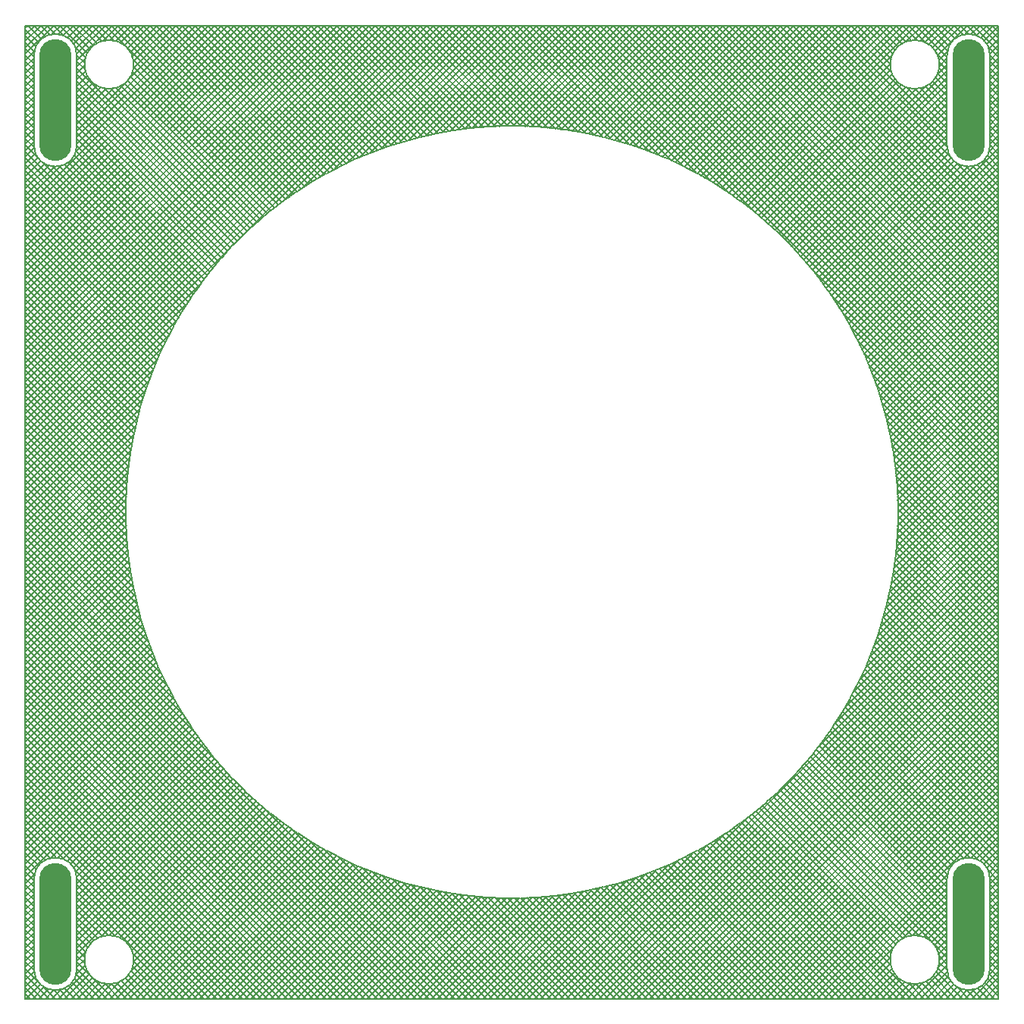
<source format=gtl>
G04*
G04 #@! TF.GenerationSoftware,Altium Limited,Altium Designer,25.5.2 (35)*
G04*
G04 Layer_Physical_Order=1*
G04 Layer_Color=255*
%FSLAX44Y44*%
%MOMM*%
G71*
G04*
G04 #@! TF.SameCoordinates,8A654A5C-3E12-430A-ABCF-1B3DB706FCA7*
G04*
G04*
G04 #@! TF.FilePolarity,Positive*
G04*
G01*
G75*
%ADD12C,0.2032*%
%ADD13O,3.6000X13.6000*%
D12*
X534016Y510000D02*
G03*
X485984Y510000I-24016J0D01*
G01*
Y410000D02*
G03*
X534016Y410000I24016J0D01*
G01*
X477286Y500000D02*
G03*
X477286Y500000I-27286J0D01*
G01*
X485984Y-510000D02*
G03*
X534016Y-510000I24016J0D01*
G01*
Y-410000D02*
G03*
X485984Y-410000I-24016J0D01*
G01*
X477286Y-500000D02*
G03*
X477286Y-500000I-27286J0D01*
G01*
X-422714Y500000D02*
G03*
X-422714Y500000I-27286J0D01*
G01*
X-485984Y510000D02*
G03*
X-534016Y510000I-24016J0D01*
G01*
Y410000D02*
G03*
X-485984Y410000I24016J0D01*
G01*
Y-410000D02*
G03*
X-534016Y-410000I-24016J0D01*
G01*
X-422714Y-500000D02*
G03*
X-422714Y-500000I-27286J0D01*
G01*
X-534016Y-510000D02*
G03*
X-485984Y-510000I24016J0D01*
G01*
X529652Y543607D02*
X543607Y529652D01*
X536836Y543607D02*
X543607Y536836D01*
X527406Y526547D02*
X543607Y542748D01*
X522467Y543607D02*
X543607Y522467D01*
X527406Y526547D02*
X543607Y542748D01*
X515283Y543607D02*
X543607Y515283D01*
X533966Y511554D02*
X543607Y521196D01*
X532793Y517566D02*
X543607Y528380D01*
X534016Y504420D02*
X543607Y514012D01*
X530520Y522477D02*
X543607Y535564D01*
X531941Y519765D02*
X543607Y508099D01*
X505761Y533639D02*
X515729Y543607D01*
X500915D02*
X510511Y534011D01*
X493731Y543607D02*
X504066Y533271D01*
X486546Y543607D02*
X498871Y531282D01*
X479362Y543607D02*
X494568Y528401D01*
X475259Y510321D02*
X508545Y543607D01*
X518826Y532336D02*
X530098Y543607D01*
X513119Y533813D02*
X522913Y543607D01*
X523522Y529847D02*
X537282Y543607D01*
X508099D02*
X519765Y531941D01*
X534016Y460216D02*
X543607Y450625D01*
X534016Y454131D02*
X543607Y463722D01*
X534016Y446947D02*
X543607Y456538D01*
X534016Y461315D02*
X543607Y470906D01*
X534016Y474585D02*
X543607Y464994D01*
X534016Y467401D02*
X543607Y457809D01*
X534016Y432578D02*
X543607Y442169D01*
X534016Y445848D02*
X543607Y436257D01*
X534016Y438664D02*
X543607Y429073D01*
X534016Y453032D02*
X543607Y443441D01*
X534016Y439762D02*
X543607Y449354D01*
X534016Y490052D02*
X543607Y499643D01*
X534016Y503322D02*
X543607Y493731D01*
X534016Y496138D02*
X543607Y486546D01*
X534016Y497236D02*
X543607Y506828D01*
X534011Y510511D02*
X543607Y500915D01*
X534016Y410000D02*
Y510000D01*
Y481769D02*
X543607Y472178D01*
X534016Y475684D02*
X543607Y485275D01*
X534016Y468499D02*
X543607Y478091D01*
X534016Y482868D02*
X543607Y492459D01*
X534016Y488953D02*
X543607Y479362D01*
X285388Y543607D02*
X543607Y285388D01*
X292573Y543607D02*
X543607Y292572D01*
X278204Y543607D02*
X543607Y278204D01*
X263836Y543607D02*
X543607Y263836D01*
X271020Y543607D02*
X543607Y271020D01*
X256651Y543607D02*
X543607Y256651D01*
X242283Y543607D02*
X543607Y242283D01*
X249467Y543607D02*
X543607Y249467D01*
X235099Y543607D02*
X543607Y235099D01*
X227915Y543607D02*
X543607Y227915D01*
X220730Y543607D02*
X543607Y220730D01*
X469577Y519007D02*
X494177Y543607D01*
X472178D02*
X491042Y524743D01*
X472777Y515024D02*
X501361Y543607D01*
X342862D02*
X490532Y395938D01*
X464994Y543607D02*
X488304Y520297D01*
X335678Y543607D02*
X543607Y335678D01*
X321309Y543607D02*
X543607Y321309D01*
X328494Y543607D02*
X543607Y328494D01*
X314125Y543607D02*
X543607Y314125D01*
X306941Y543607D02*
X543607Y306941D01*
X299757Y543607D02*
X543607Y299757D01*
X134520Y543607D02*
X543607Y134520D01*
X141704Y543607D02*
X543607Y141704D01*
X127336Y543607D02*
X543607Y127336D01*
X112967Y543607D02*
X543607Y112967D01*
X120152Y543607D02*
X543607Y120151D01*
X105783Y543607D02*
X543607Y105783D01*
X91415Y543607D02*
X543607Y91415D01*
X98599Y543607D02*
X543607Y98599D01*
X84230Y543607D02*
X543607Y84230D01*
X77046Y543607D02*
X543607Y77046D01*
X69862Y543607D02*
X543607Y69862D01*
X206362Y543607D02*
X543607Y206362D01*
X213546Y543607D02*
X543607Y213546D01*
X199178Y543607D02*
X543607Y199178D01*
X191994Y543607D02*
X543607Y191994D01*
X184809Y543607D02*
X543607Y184809D01*
X170441Y543607D02*
X543607Y170441D01*
X177625Y543607D02*
X543607Y177625D01*
X163257Y543607D02*
X543607Y163257D01*
X156073Y543607D02*
X543607Y156073D01*
X148888Y543607D02*
X543607Y148888D01*
X524415Y390791D02*
X543607Y371599D01*
X528135Y394255D02*
X543607Y378783D01*
X519902Y388120D02*
X543607Y364415D01*
X507544Y386110D02*
X543607Y350046D01*
X514440Y386398D02*
X543607Y357230D01*
X495938Y390532D02*
X543607Y342862D01*
X422895Y84378D02*
X543607Y205091D01*
X421592Y90259D02*
X543607Y212275D01*
X423982Y78281D02*
X543607Y197906D01*
X418984Y102020D02*
X543607Y226643D01*
X420288Y96140D02*
X543607Y219459D01*
X534016Y411026D02*
X543607Y420617D01*
X534016Y424295D02*
X543607Y414704D01*
X534016Y417111D02*
X543607Y407520D01*
X534016Y431480D02*
X543607Y421888D01*
X534016Y425394D02*
X543607Y434985D01*
X534016Y418210D02*
X543607Y427801D01*
X534016Y409927D02*
X543607Y400336D01*
X532882Y402707D02*
X543607Y413433D01*
X533150Y403609D02*
X543607Y393152D01*
X531080Y398494D02*
X543607Y385967D01*
X431134Y-7962D02*
X543607Y104512D01*
X431134Y-778D02*
X543607Y111696D01*
X430872Y-15408D02*
X543607Y97327D01*
X419249Y100825D02*
X543607Y-23533D01*
X430544Y-22920D02*
X543607Y90143D01*
X421296Y91595D02*
X543607Y-30717D01*
X429420Y-38412D02*
X543607Y75775D01*
X430109Y-30540D02*
X543607Y82959D01*
X428731Y-46286D02*
X543607Y68590D01*
X423245Y82462D02*
X543607Y-37901D01*
X424782Y73739D02*
X543607Y-45086D01*
X428653Y47031D02*
X543607Y161985D01*
X427825Y53388D02*
X543607Y169170D01*
X429243Y40437D02*
X543607Y154801D01*
X426135Y66066D02*
X543607Y183538D01*
X425059Y72173D02*
X543607Y190722D01*
X426990Y59736D02*
X543607Y176354D01*
X430959Y13416D02*
X543607Y126064D01*
X430658Y20299D02*
X543607Y133249D01*
X431134Y6406D02*
X543607Y118880D01*
X429821Y33830D02*
X543607Y147617D01*
X430358Y27183D02*
X543607Y140433D01*
X388667Y186650D02*
X543607Y341591D01*
X386353Y191521D02*
X543607Y348775D01*
X390952Y181751D02*
X543607Y334406D01*
X381434Y200970D02*
X543607Y363143D01*
X378975Y205695D02*
X543607Y370327D01*
X383894Y196245D02*
X543607Y355959D01*
X399666Y161728D02*
X543607Y305669D01*
X397562Y166808D02*
X543607Y312854D01*
X401770Y156648D02*
X543607Y298485D01*
X393236Y176851D02*
X543607Y327222D01*
X395457Y171888D02*
X543607Y320038D01*
X368509Y223966D02*
X543607Y399064D01*
X365713Y228354D02*
X543607Y406249D01*
X371148Y219421D02*
X543607Y391880D01*
X351336Y249899D02*
X493752Y392314D01*
X348378Y254124D02*
X490390Y396136D01*
X354295Y245673D02*
X497885Y389263D01*
X373778Y214866D02*
X543607Y384696D01*
X362917Y232743D02*
X517293Y387118D01*
X376407Y210311D02*
X543607Y377512D01*
X357254Y241448D02*
X502872Y387066D01*
X360121Y237131D02*
X508995Y386005D01*
X392995Y177369D02*
X543607Y26757D01*
X386704Y190844D02*
X543607Y33941D01*
X398403Y164777D02*
X543607Y19572D01*
X369306Y222610D02*
X543607Y48309D01*
X356321Y242780D02*
X543607Y55493D01*
X378906Y205826D02*
X543607Y41125D01*
X414096Y120347D02*
X543607Y-9164D01*
X410810Y130817D02*
X543607Y-1980D01*
X416725Y110534D02*
X543607Y-16349D01*
X403184Y152811D02*
X543607Y12388D01*
X407295Y141516D02*
X543607Y5204D01*
X407534Y140860D02*
X543607Y276933D01*
X405617Y146127D02*
X543607Y284117D01*
X409339Y135481D02*
X543607Y269748D01*
X403700Y151394D02*
X543607Y291301D01*
X336057Y270228D02*
X543607Y62678D01*
X415965Y113370D02*
X543607Y241012D01*
X414447Y119036D02*
X543607Y248196D01*
X417483Y107704D02*
X543607Y233827D01*
X411062Y130019D02*
X543607Y262564D01*
X412784Y124557D02*
X543607Y255380D01*
X461119Y524918D02*
X479808Y543607D01*
X436257D02*
X452713Y527151D01*
X450625Y543607D02*
X485984Y508248D01*
X429073Y543607D02*
X445730Y526950D01*
X421888Y543607D02*
X440078Y525418D01*
X414704Y543607D02*
X435314Y522997D01*
X465701Y522316D02*
X486992Y543607D01*
X457809D02*
X486494Y514923D01*
X364415Y543607D02*
X485984Y422038D01*
X357230Y543607D02*
X485984Y414854D01*
X350046Y543607D02*
X486110Y407544D01*
X378783Y543607D02*
X422716Y499674D01*
X147386Y405159D02*
X285834Y543607D01*
X152653Y403242D02*
X293019Y543607D01*
X136786Y408928D02*
X271466Y543607D01*
X131324Y410650D02*
X264282Y543607D01*
X142119Y407076D02*
X278650Y543607D01*
X407520D02*
X431278Y519850D01*
X400336Y543607D02*
X427917Y516026D01*
X393152Y543607D02*
X425257Y511502D01*
X385967Y543607D02*
X423418Y506157D01*
X371599Y543607D02*
X424260Y490946D01*
X229403Y365045D02*
X407966Y543607D01*
X225015Y367840D02*
X400782Y543607D01*
X233792Y362249D02*
X415150Y543607D01*
X215955Y373149D02*
X386413Y543607D01*
X211400Y375778D02*
X379229Y543607D01*
X220509Y370519D02*
X393598Y543607D01*
X250909Y350629D02*
X443887Y543607D01*
X246683Y353588D02*
X436703Y543607D01*
X255129Y347665D02*
X451071Y543607D01*
X238180Y359453D02*
X422335Y543607D01*
X242458Y356546D02*
X429519Y543607D01*
X178023Y392690D02*
X328940Y543607D01*
X173103Y394954D02*
X321755Y543607D01*
X182922Y390406D02*
X336124Y543607D01*
X162943Y399163D02*
X307387Y543607D01*
X157863Y401267D02*
X300203Y543607D01*
X168023Y397059D02*
X314571Y543607D01*
X202100Y380846D02*
X364861Y543607D01*
X197375Y383306D02*
X357677Y543607D01*
X206824Y378387D02*
X372045Y543607D01*
X187822Y388121D02*
X343308Y543607D01*
X192650Y385765D02*
X350492Y543607D01*
X48557Y428461D02*
X163703Y543607D01*
X42016Y429105D02*
X156519Y543607D01*
X54905Y427626D02*
X170887Y543607D01*
X28804Y430261D02*
X142150Y543607D01*
X21945Y430586D02*
X134966Y543607D01*
X35410Y429683D02*
X149334Y543607D01*
X79741Y423724D02*
X199624Y543607D01*
X73633Y424801D02*
X192440Y543607D01*
X85784Y422584D02*
X206808Y543607D01*
X61254Y426790D02*
X178071Y543607D01*
X67526Y425878D02*
X185256Y543607D01*
X-21124Y430622D02*
X91861Y543607D01*
X-28657Y430274D02*
X84677Y543607D01*
X-36530Y429585D02*
X77492Y543607D01*
X-45085D02*
X73739Y424782D01*
X-44403Y428896D02*
X70308Y543607D01*
X-37901D02*
X82462Y423245D01*
X8124Y431134D02*
X120597Y543607D01*
X940Y431134D02*
X113413Y543607D01*
X15061Y430887D02*
X127782Y543607D01*
X-6244Y431134D02*
X106229Y543607D01*
X-13612Y430950D02*
X99045Y543607D01*
X103392Y418639D02*
X228361Y543607D01*
X97545Y419976D02*
X221176Y543607D01*
X109058Y417121D02*
X235545Y543607D01*
X91665Y421280D02*
X213992Y543607D01*
X41125D02*
X205826Y378906D01*
X48309Y543607D02*
X222610Y369306D01*
X120390Y414084D02*
X249913Y543607D01*
X114724Y415602D02*
X242729Y543607D01*
X125862Y412372D02*
X257098Y543607D01*
X55494D02*
X242780Y356321D01*
X62678Y543607D02*
X270228Y336057D01*
X-9164Y543607D02*
X120347Y414096D01*
X-16349Y543607D02*
X110534Y416725D01*
X-1980Y543607D02*
X130817Y410810D01*
X-30717Y543607D02*
X91595Y421296D01*
X-23533Y543607D02*
X100825Y419249D01*
X26757Y543607D02*
X177369Y392995D01*
X19572Y543607D02*
X164777Y398403D01*
X33941Y543607D02*
X190844Y386704D01*
X5204Y543607D02*
X141516Y407295D01*
X12388Y543607D02*
X152811Y403184D01*
X476870Y504748D02*
X486361Y514239D01*
X472997Y485314D02*
X485984Y472327D01*
Y410000D02*
Y510000D01*
X466026Y477917D02*
X485984Y457959D01*
X469850Y481278D02*
X485984Y465143D01*
X461502Y475257D02*
X485984Y450775D01*
X449674Y472716D02*
X485984Y436406D01*
X456157Y473418D02*
X485984Y443591D01*
X440946Y474260D02*
X485984Y429222D01*
X329359Y278211D02*
X485984Y434836D01*
X332637Y274304D02*
X485984Y427651D01*
X455700Y526684D02*
X472624Y543607D01*
X449104Y527271D02*
X465440Y543607D01*
X473920Y513128D02*
X485984Y501064D01*
X443441Y543607D02*
X463128Y523920D01*
X440059Y525410D02*
X458256Y543607D01*
X477151Y502713D02*
X485984Y493880D01*
X477205Y497899D02*
X485984Y506678D01*
X476950Y495730D02*
X485984Y486696D01*
X474520Y488030D02*
X485984Y499494D01*
X475418Y490078D02*
X485984Y479512D01*
X345291Y258222D02*
X487832Y400762D01*
X422974Y83998D02*
X426194Y65733D01*
X426235Y65468D02*
X428656Y47080D01*
X339053Y266352D02*
X485984Y413283D01*
X335914Y270398D02*
X485984Y420467D01*
X342172Y262287D02*
X486259Y406374D01*
X431134Y-9273D02*
Y-0D01*
Y9273D01*
X430319Y-28070D02*
X431128Y-9541D01*
X428685Y46814D02*
X430302Y28338D01*
X430319Y28070D02*
X431128Y9541D01*
X378138Y207301D02*
X386702Y190850D01*
X368736Y223598D02*
X378010Y207536D01*
X386821Y190610D02*
X394659Y173800D01*
X347845Y254885D02*
X358483Y239692D01*
X336396Y269815D02*
X347687Y255100D01*
X358632Y239469D02*
X368597Y223827D01*
X414043Y120543D02*
X418843Y102628D01*
X408391Y138489D02*
X413968Y120800D01*
X418907Y102368D02*
X422921Y84261D01*
X394767Y173555D02*
X401865Y156420D01*
X401962Y156171D02*
X408305Y138742D01*
X267324Y338307D02*
X423316Y494300D01*
X263259Y341427D02*
X422729Y500896D01*
X271332Y335131D02*
X425082Y488881D01*
X173800Y394659D02*
X190610Y386821D01*
X156420Y401865D02*
X173555Y394767D01*
X259194Y344546D02*
X424590Y509941D01*
X239692Y358483D02*
X254885Y347845D01*
X223827Y368597D02*
X239469Y358632D01*
X255100Y347687D02*
X269815Y336396D01*
X190850Y386702D02*
X207301Y378138D01*
X207536Y378010D02*
X223598Y368736D01*
X28338Y430302D02*
X46814Y428685D01*
X9541Y431128D02*
X28070Y430319D01*
X47080Y428656D02*
X65468Y426235D01*
X-9273Y431134D02*
X9273D01*
X-28070Y430319D02*
X-9541Y431128D01*
X-46814Y428685D02*
X-28338Y430302D01*
X120800Y413968D02*
X138489Y408391D01*
X102628Y418843D02*
X120543Y414043D01*
X138742Y408305D02*
X156171Y401962D01*
X65733Y426194D02*
X83998Y422974D01*
X84261Y422921D02*
X102368Y418907D01*
X305287Y304428D02*
X485984Y485125D01*
X305287Y304428D02*
X485984Y485125D01*
X308879Y300836D02*
X485984Y477941D01*
X298098Y311608D02*
X461970Y475480D01*
X294349Y315043D02*
X452101Y472795D01*
X301695Y308020D02*
X485984Y492309D01*
X322735Y285955D02*
X485984Y449204D01*
X319300Y289704D02*
X485984Y456388D01*
X326081Y282117D02*
X485984Y442020D01*
X312429Y297202D02*
X485984Y470757D01*
X315865Y293453D02*
X485984Y463573D01*
X286852Y321914D02*
X439679Y474741D01*
X283051Y325297D02*
X434976Y477223D01*
X290600Y318479D02*
X445252Y473130D01*
X275238Y331853D02*
X427684Y484299D01*
X279144Y328575D02*
X430993Y480423D01*
X311600Y298107D02*
X324130Y284433D01*
X298300Y311415D02*
X311415Y298300D01*
X324307Y284231D02*
X336229Y270023D01*
X270023Y336229D02*
X284231Y324307D01*
X284433Y324130D02*
X298107Y311600D01*
X430783Y17450D02*
X543607Y-95375D01*
X430455Y24962D02*
X543607Y-88191D01*
X431111Y9937D02*
X543607Y-102559D01*
X429233Y40552D02*
X543607Y-73822D01*
X428469Y48500D02*
X543607Y-66638D01*
X429922Y32679D02*
X543607Y-81006D01*
X431134Y-4454D02*
X543607Y-116928D01*
X431134Y2730D02*
X543607Y-109743D01*
X431040Y-11545D02*
X543607Y-124112D01*
X430740Y-18429D02*
X543607Y-131296D01*
X408401Y-138458D02*
X543607Y-3252D01*
X427380Y56774D02*
X543607Y-59454D01*
X427676Y-54525D02*
X543607Y61406D01*
X426586Y-62799D02*
X543607Y54222D01*
X426290Y65047D02*
X543607Y-52270D01*
X425201Y-71369D02*
X543607Y47038D01*
X423662Y-80091D02*
X543607Y39854D01*
X419805Y-98317D02*
X543607Y25485D01*
X421852Y-89086D02*
X543607Y32669D01*
X417440Y-107866D02*
X543607Y18301D01*
X414810Y-117680D02*
X543607Y11117D01*
X411709Y-127966D02*
X543607Y3933D01*
X419339Y-100422D02*
X543607Y-224691D01*
X420642Y-94541D02*
X543607Y-217507D01*
X543607Y543607D02*
X543607Y-543607D01*
X416378Y-111830D02*
X543607Y-239059D01*
X417896Y-106164D02*
X543607Y-231875D01*
X414860Y-117496D02*
X543607Y-246243D01*
X411530Y-128534D02*
X543607Y-260612D01*
X413252Y-123072D02*
X543607Y-253428D01*
X409808Y-133996D02*
X543607Y-267796D01*
X408055Y-139428D02*
X543607Y-274980D01*
X406138Y-144695D02*
X543607Y-282164D01*
X429978Y-32035D02*
X543607Y-145664D01*
X430439Y-25312D02*
X543607Y-138480D01*
X429400Y-38641D02*
X543607Y-152849D01*
X428053Y-51662D02*
X543607Y-167217D01*
X428822Y-45248D02*
X543607Y-160033D01*
X427217Y-58011D02*
X543607Y-174401D01*
X425351Y-70514D02*
X543607Y-188770D01*
X426381Y-64359D02*
X543607Y-181586D01*
X424274Y-76621D02*
X543607Y-195954D01*
X423198Y-82728D02*
X543607Y-203138D01*
X421946Y-88661D02*
X543607Y-210322D01*
X396029Y-170508D02*
X543607Y-318085D01*
X398134Y-165427D02*
X543607Y-310901D01*
X393857Y-175520D02*
X543607Y-325270D01*
X389288Y-185319D02*
X543607Y-339638D01*
X391573Y-180419D02*
X543607Y-332454D01*
X387003Y-190218D02*
X543607Y-346822D01*
X382103Y-199686D02*
X543607Y-361191D01*
X384562Y-194961D02*
X543607Y-354007D01*
X379643Y-204411D02*
X543607Y-368375D01*
X377122Y-209074D02*
X543607Y-375559D01*
X374492Y-213628D02*
X543607Y-382743D01*
X399784Y-161444D02*
X543607Y-17620D01*
X404302Y-149741D02*
X543607Y-10436D01*
X394675Y-173737D02*
X543607Y-24804D01*
X381026Y-201754D02*
X543607Y-39173D01*
X388424Y-187172D02*
X543607Y-31988D01*
X371973Y-217991D02*
X543607Y-46357D01*
X402304Y-155230D02*
X543607Y-296533D01*
X404221Y-149963D02*
X543607Y-289349D01*
X400238Y-160347D02*
X543607Y-303717D01*
X360304Y-236844D02*
X543607Y-53541D01*
X342591Y-261742D02*
X543607Y-60725D01*
X111015Y-543607D02*
X543607Y-111015D01*
X103831Y-543607D02*
X543607Y-103830D01*
X118199Y-543607D02*
X543607Y-118199D01*
X89462Y-543607D02*
X543607Y-89462D01*
X82278Y-543607D02*
X543607Y-82278D01*
X96646Y-543607D02*
X543607Y-96646D01*
X146936Y-543607D02*
X543607Y-146936D01*
X139752Y-543607D02*
X543607Y-139752D01*
X154120Y-543607D02*
X543607Y-154120D01*
X125383Y-543607D02*
X543607Y-125383D01*
X132567Y-543607D02*
X543607Y-132567D01*
X168489Y-543607D02*
X543607Y-168488D01*
X161304Y-543607D02*
X543607Y-161304D01*
X175673Y-543607D02*
X543607Y-175673D01*
X67909Y-543607D02*
X543607Y-67909D01*
X75094Y-543607D02*
X543607Y-75094D01*
X204410Y-543607D02*
X543607Y-204410D01*
X197225Y-543607D02*
X543607Y-197225D01*
X211594Y-543607D02*
X543607Y-211594D01*
X182857Y-543607D02*
X543607Y-182857D01*
X190041Y-543607D02*
X543607Y-190041D01*
X534016Y-437810D02*
X543607Y-447401D01*
X534016Y-443896D02*
X543607Y-434304D01*
X534016Y-451080D02*
X543607Y-441488D01*
X534016Y-436711D02*
X543607Y-427120D01*
X534016Y-423442D02*
X543607Y-433033D01*
X534016Y-430626D02*
X543607Y-440217D01*
X534016Y-465448D02*
X543607Y-455857D01*
X534016Y-452178D02*
X543607Y-461770D01*
X534016Y-459363D02*
X543607Y-468954D01*
X534016Y-444994D02*
X543607Y-454586D01*
X534016Y-458264D02*
X543607Y-448673D01*
X533937Y-408054D02*
X543607Y-398383D01*
X532686Y-402120D02*
X543607Y-391199D01*
X531572Y-399445D02*
X543607Y-411480D01*
X527200Y-393238D02*
X543607Y-376831D01*
X523270Y-389983D02*
X543607Y-369646D01*
X530360Y-397262D02*
X543607Y-384015D01*
X534016Y-416257D02*
X543607Y-425849D01*
X534016Y-422343D02*
X543607Y-412752D01*
X534016Y-429527D02*
X543607Y-419936D01*
X534016Y-415159D02*
X543607Y-405567D01*
X533997Y-409055D02*
X543607Y-418665D01*
X534016Y-502468D02*
X543607Y-512059D01*
X534016Y-508554D02*
X543607Y-498962D01*
X534016Y-509652D02*
X543607Y-519244D01*
X533066Y-516688D02*
X543607Y-506146D01*
X534016Y-495284D02*
X543607Y-504875D01*
X533239Y-516059D02*
X543607Y-526428D01*
X534883Y-543607D02*
X543607Y-534883D01*
X531228Y-521232D02*
X543607Y-533612D01*
X542067Y-543607D02*
X543607Y-542067D01*
X528329Y-525518D02*
X543607Y-540796D01*
X527699Y-543607D02*
X543607Y-527699D01*
X534016Y-473731D02*
X543607Y-483322D01*
X534016Y-479817D02*
X543607Y-470225D01*
X534016Y-487001D02*
X543607Y-477410D01*
X534016Y-466547D02*
X543607Y-476138D01*
X534016Y-472632D02*
X543607Y-463041D01*
X534016Y-510000D02*
Y-410000D01*
Y-488100D02*
X543607Y-497691D01*
X534016Y-494185D02*
X543607Y-484594D01*
X534016Y-501369D02*
X543607Y-491778D01*
X534016Y-480915D02*
X543607Y-490507D01*
X524654Y-529027D02*
X539234Y-543607D01*
X369233Y-222738D02*
X543607Y-397112D01*
X371863Y-218183D02*
X543607Y-389928D01*
X366473Y-227162D02*
X543607Y-404296D01*
X304988Y-543607D02*
X543607Y-304988D01*
X297804Y-543607D02*
X543607Y-297804D01*
X312173Y-543607D02*
X543607Y-312173D01*
X518522Y-387547D02*
X543607Y-362462D01*
X333725Y-543607D02*
X543607Y-333725D01*
X340910Y-543607D02*
X543607Y-340910D01*
X319357Y-543607D02*
X543607Y-319357D01*
X326541Y-543607D02*
X543607Y-326541D01*
X360881Y-235938D02*
X510946Y-386003D01*
X358058Y-240299D02*
X504404Y-386645D01*
X363677Y-231550D02*
X520555Y-388428D01*
X355099Y-244525D02*
X499149Y-388575D01*
X352140Y-248750D02*
X494798Y-391408D01*
X283436Y-543607D02*
X543607Y-283436D01*
X505241Y-386460D02*
X543607Y-348094D01*
X512744Y-386141D02*
X543607Y-355278D01*
X290620Y-543607D02*
X543607Y-290620D01*
X247515Y-543607D02*
X543607Y-247515D01*
X240331Y-543607D02*
X543607Y-240331D01*
X254699Y-543607D02*
X543607Y-254699D01*
X225962Y-543607D02*
X543607Y-225962D01*
X218778Y-543607D02*
X543607Y-218778D01*
X233146Y-543607D02*
X543607Y-233146D01*
X513331Y-543607D02*
X543607Y-513331D01*
X276252Y-543607D02*
X543607Y-276252D01*
X520515Y-543607D02*
X543607Y-520515D01*
X261883Y-543607D02*
X543607Y-261883D01*
X269067Y-543607D02*
X543607Y-269067D01*
X497232Y-530341D02*
X510499Y-543607D01*
X484594D02*
X497621Y-530580D01*
X520191Y-531747D02*
X532051Y-543607D01*
X470514Y-517991D02*
X496130Y-543607D01*
X473527Y-513820D02*
X503314Y-543607D01*
X508009Y-533933D02*
X517683Y-543607D01*
X506147D02*
X516688Y-533066D01*
X514793Y-533533D02*
X524867Y-543607D01*
X491778D02*
X502553Y-532832D01*
X498962Y-543607D02*
X508595Y-533975D01*
X428685Y-46814D02*
X430302Y-28338D01*
X426235Y-65469D02*
X428656Y-47080D01*
X422974Y-83998D02*
X426194Y-65733D01*
X418907Y-102368D02*
X422921Y-84261D01*
X414043Y-120543D02*
X418843Y-102628D01*
X408391Y-138489D02*
X413968Y-120800D01*
X401962Y-156171D02*
X408305Y-138742D01*
X394767Y-173555D02*
X401865Y-156420D01*
X349182Y-252976D02*
X491227Y-395021D01*
X346139Y-257117D02*
X488441Y-399419D01*
X343020Y-261182D02*
X486569Y-404731D01*
X386821Y-190610D02*
X394659Y-173800D01*
X378138Y-207301D02*
X386702Y-190850D01*
X368736Y-223598D02*
X378010Y-207536D01*
X358632Y-239469D02*
X368597Y-223827D01*
X347845Y-254885D02*
X358483Y-239692D01*
X336396Y-269815D02*
X347687Y-255100D01*
X324307Y-284231D02*
X336229Y-270024D01*
X311600Y-298107D02*
X324130Y-284433D01*
X298300Y-311415D02*
X311415Y-298300D01*
X284433Y-324130D02*
X298107Y-311600D01*
X270023Y-336229D02*
X284231Y-324307D01*
X330250Y-277149D02*
X485984Y-432883D01*
X333527Y-273243D02*
X485984Y-425699D01*
X326972Y-281055D02*
X485984Y-440067D01*
X320233Y-288685D02*
X485984Y-454436D01*
X323669Y-284936D02*
X485984Y-447252D01*
X316798Y-292434D02*
X485984Y-461620D01*
X309855Y-299860D02*
X485984Y-475989D01*
X313363Y-296183D02*
X485984Y-468804D01*
X348094Y-543607D02*
X486460Y-405241D01*
X306263Y-303452D02*
X485984Y-483173D01*
X302671Y-307044D02*
X485984Y-490357D01*
X336782Y-269312D02*
X485984Y-418515D01*
X339901Y-265247D02*
X485984Y-411331D01*
X299080Y-310636D02*
X467555Y-479112D01*
X295369Y-314109D02*
X454318Y-473058D01*
X291620Y-317544D02*
X446959Y-472884D01*
X287871Y-320980D02*
X441098Y-474207D01*
X284113Y-324406D02*
X436180Y-476473D01*
X280207Y-327684D02*
X432009Y-479486D01*
X276300Y-330962D02*
X428517Y-483178D01*
X272394Y-334240D02*
X425715Y-487560D01*
X268429Y-337459D02*
X423700Y-492730D01*
X260299Y-343698D02*
X423637Y-507035D01*
X264364Y-340578D02*
X422734Y-498948D01*
X189154Y-387500D02*
X345262Y-543607D01*
X179355Y-392069D02*
X330893Y-543607D01*
X174455Y-394354D02*
X323709Y-543607D01*
X184254Y-389784D02*
X338078Y-543607D01*
X164324Y-398591D02*
X309341Y-543607D01*
X159244Y-400695D02*
X302156Y-543607D01*
X169404Y-396487D02*
X316525Y-543607D01*
X148818Y-404638D02*
X287788Y-543607D01*
X154086Y-402720D02*
X294972Y-543607D01*
X255100Y-347687D02*
X269815Y-336396D01*
X239692Y-358483D02*
X254885Y-347845D01*
X223827Y-368597D02*
X239469Y-358632D01*
X207536Y-378010D02*
X223598Y-368736D01*
X46357Y-543607D02*
X217991Y-371973D01*
X60725Y-543607D02*
X261742Y-342591D01*
X190850Y-386702D02*
X207301Y-378138D01*
X173800Y-394659D02*
X190610Y-386821D01*
X156420Y-401865D02*
X173555Y-394767D01*
X138742Y-408305D02*
X156171Y-401962D01*
X143551Y-406555D02*
X280604Y-543607D01*
X252058Y-349824D02*
X445841Y-543607D01*
X247832Y-352783D02*
X438657Y-543607D01*
X256234Y-346817D02*
X453025Y-543607D01*
X239374Y-358693D02*
X424288Y-543607D01*
X234985Y-361489D02*
X417104Y-543607D01*
X243607Y-355742D02*
X431472Y-543607D01*
X226208Y-367080D02*
X402735Y-543607D01*
X221748Y-369804D02*
X395551Y-543607D01*
X230597Y-364284D02*
X409920Y-543607D01*
X212639Y-375063D02*
X381183Y-543607D01*
X217194Y-372434D02*
X388367Y-543607D01*
X203384Y-380177D02*
X366814Y-543607D01*
X198660Y-382637D02*
X359630Y-543607D01*
X208084Y-377693D02*
X373999Y-543607D01*
X39173D02*
X201754Y-381026D01*
X53541Y-543607D02*
X236844Y-360304D01*
X31988Y-543607D02*
X187172Y-388424D01*
X24804Y-543607D02*
X173737Y-394675D01*
X193935Y-385096D02*
X352446Y-543607D01*
X10436D02*
X149741Y-404302D01*
X17620Y-543607D02*
X161444Y-399784D01*
X476638Y-494089D02*
X485984Y-484743D01*
X474838Y-488705D02*
X485984Y-477559D01*
Y-510000D02*
Y-410000D01*
X470888Y-482445D02*
X485984Y-497540D01*
X472210Y-484149D02*
X485984Y-470375D01*
X362462Y-543607D02*
X485984Y-420085D01*
X476942Y-495682D02*
X485984Y-504724D01*
X477279Y-500633D02*
X485984Y-491928D01*
X477116Y-503041D02*
X486067Y-511991D01*
X475569Y-509527D02*
X485984Y-499112D01*
X475793Y-508902D02*
X489659Y-522768D01*
X464869Y-477121D02*
X485984Y-456007D01*
X460139Y-474668D02*
X485984Y-448822D01*
X468877Y-480298D02*
X485984Y-463191D01*
X454529Y-473093D02*
X485984Y-441638D01*
X447620Y-472818D02*
X485984Y-434454D01*
X437517Y-475737D02*
X485984Y-427270D01*
X441489Y-543607D02*
X459527Y-525569D01*
X427120Y-543607D02*
X444089Y-526638D01*
X442965Y-526364D02*
X460209Y-543607D01*
X419936D02*
X438705Y-524838D01*
X466822Y-521483D02*
X488946Y-543607D01*
X463041D02*
X487710Y-518939D01*
X470225Y-543607D02*
X490217Y-523616D01*
X448673Y-543607D02*
X485984Y-506296D01*
X355278Y-543607D02*
X485984Y-412901D01*
X455857Y-543607D02*
X486206Y-513258D01*
X462440Y-524285D02*
X481762Y-543607D01*
X457270Y-526300D02*
X474577Y-543607D01*
X477410D02*
X493534Y-527483D01*
X434304Y-543607D02*
X450633Y-527279D01*
X451052Y-527266D02*
X467393Y-543607D01*
X369646D02*
X425737Y-487517D01*
X138272Y-408460D02*
X273420Y-543607D01*
X376831D02*
X422818Y-497620D01*
X127348Y-411904D02*
X259051Y-543607D01*
X121886Y-413626D02*
X251867Y-543607D01*
X132810Y-410182D02*
X266235Y-543607D01*
X405568D02*
X430298Y-518877D01*
X398383Y-543607D02*
X427121Y-514869D01*
X412752Y-543607D02*
X434149Y-522210D01*
X384015Y-543607D02*
X423093Y-504529D01*
X391199Y-543607D02*
X424668Y-510139D01*
X120800Y-413968D02*
X138489Y-408391D01*
X102628Y-418843D02*
X120543Y-414043D01*
X3252Y-543607D02*
X138458Y-408401D01*
X-11117Y-543607D02*
X117680Y-414810D01*
X-18301Y-543607D02*
X107866Y-417440D01*
X-3933Y-543607D02*
X127966Y-411709D01*
X10050Y-431106D02*
X122551Y-543607D01*
X84261Y-422921D02*
X102368Y-418907D01*
X16933Y-430805D02*
X129735Y-543607D01*
X-4291Y-431134D02*
X108183Y-543607D01*
X2894Y-431134D02*
X115367Y-543607D01*
X65733Y-426194D02*
X83998Y-422974D01*
X47080Y-428656D02*
X65468Y-426235D01*
X28338Y-430302D02*
X46814Y-428685D01*
X-28070Y-430319D02*
X-9541Y-431128D01*
X-46814Y-428685D02*
X-28338Y-430302D01*
X-25485Y-543607D02*
X98317Y-419805D01*
X9541Y-431128D02*
X28070Y-430319D01*
X-9273Y-431134D02*
X9273D01*
X-11569Y-431039D02*
X100998Y-543607D01*
X-26594Y-430383D02*
X86630Y-543607D01*
X-19081Y-430712D02*
X93814Y-543607D01*
X110599Y-416708D02*
X237498Y-543607D01*
X104933Y-418226D02*
X230314Y-543607D01*
X116265Y-415190D02*
X244683Y-543607D01*
X93264Y-420925D02*
X215946Y-543607D01*
X87383Y-422229D02*
X208762Y-543607D01*
X99145Y-419622D02*
X223130Y-543607D01*
X75294Y-424508D02*
X194393Y-543607D01*
X69187Y-425585D02*
X187209Y-543607D01*
X81402Y-423432D02*
X201577Y-543607D01*
X56632Y-427398D02*
X172841Y-543607D01*
X62980Y-426563D02*
X180025Y-543607D01*
X43812Y-428948D02*
X158472Y-543607D01*
X-32669D02*
X89086Y-421852D01*
X50283Y-428234D02*
X165656Y-543607D01*
X-47038D02*
X71369Y-425201D01*
X-39854Y-543607D02*
X80091Y-423663D01*
X30600Y-430104D02*
X144104Y-543607D01*
X23817Y-430505D02*
X136920Y-543607D01*
X37206Y-429526D02*
X151288Y-543607D01*
X-42262Y-429083D02*
X72262Y-543607D01*
X-34389Y-429772D02*
X79446Y-543607D01*
X-66638Y543607D02*
X48500Y428469D01*
X-73822Y543607D02*
X40552Y429233D01*
X-78006Y424030D02*
X41571Y543607D01*
X-86879Y422341D02*
X34387Y543607D01*
X-81006D02*
X32679Y429922D01*
X-96110Y420294D02*
X27203Y543607D01*
X-52547Y427936D02*
X63124Y543607D01*
X-59454D02*
X56774Y427380D01*
X-52270Y543607D02*
X65047Y426290D01*
X-60821Y426847D02*
X55940Y543607D01*
X-69284Y425568D02*
X48755Y543607D01*
X-246243D02*
X-117496Y414860D01*
X-253428Y543607D02*
X-123072Y413252D01*
X-260612Y543607D02*
X-128534Y411530D01*
X-267796Y543607D02*
X-133996Y409808D01*
X-429221Y482315D02*
X-367929Y543607D01*
X-274980D02*
X-139428Y408055D01*
X-210322Y543607D02*
X-88661Y421946D01*
X-217507Y543607D02*
X-94541Y420642D01*
X-224691Y543607D02*
X-100422Y419339D01*
X-231875Y543607D02*
X-106164Y417896D01*
X-239059Y543607D02*
X-111830Y416378D01*
X-310901Y543607D02*
X-165427Y398134D01*
X-318085Y543607D02*
X-170508Y396029D01*
X-325270Y543607D02*
X-175520Y393857D01*
X-332454Y543607D02*
X-180419Y391573D01*
X-339638Y543607D02*
X-185319Y389288D01*
X-346822Y543607D02*
X-190218Y387003D01*
X-147041Y405284D02*
X-8718Y543607D01*
X-282164D02*
X-144695Y406138D01*
X-289349Y543607D02*
X-149963Y404221D01*
X-296533Y543607D02*
X-155230Y402304D01*
X-303717Y543607D02*
X-160347Y400238D01*
X-389928Y543607D02*
X-218183Y371863D01*
X-397112Y543607D02*
X-222738Y369233D01*
X-404296Y543607D02*
X-227162Y366473D01*
X-411480Y543607D02*
X-231550Y363677D01*
X-418664Y543607D02*
X-235938Y360881D01*
X-425849Y543607D02*
X-240299Y358058D01*
X-354007Y543607D02*
X-194961Y384562D01*
X-361191Y543607D02*
X-199686Y382103D01*
X-368375Y543607D02*
X-204411Y379643D01*
X-375559Y543607D02*
X-209074Y377122D01*
X-382743Y543607D02*
X-213628Y374492D01*
X-454585Y543607D02*
X-257117Y346139D01*
X-543607Y260166D02*
X-260166Y543607D01*
X-543607Y252981D02*
X-252981Y543607D01*
X-543607Y274534D02*
X-274534Y543607D01*
X-543607Y281718D02*
X-281718Y543607D01*
X-543607Y267350D02*
X-267350Y543607D01*
X-433033D02*
X-244525Y355099D01*
X-440217Y543607D02*
X-248750Y352140D01*
X-447401Y543607D02*
X-252976Y349182D01*
X-543607Y543607D02*
X543607D01*
X-543607Y245797D02*
X-245797Y543607D01*
X-485984Y411184D02*
X-353560Y543607D01*
X-485984Y418368D02*
X-360745Y543607D01*
X-487046Y402938D02*
X-346376Y543607D01*
X-543607Y332008D02*
X-332008Y543607D01*
X-543607Y339192D02*
X-339192Y543607D01*
X-543607Y324824D02*
X-324824Y543607D01*
X-543607Y296087D02*
X-296087Y543607D01*
X-543607Y303271D02*
X-303271Y543607D01*
X-543607Y288903D02*
X-288902Y543607D01*
X-543607Y317639D02*
X-317639Y543607D01*
X-543607Y310455D02*
X-310455Y543607D01*
X-543607Y138034D02*
X-138034Y543607D01*
X-543607Y145218D02*
X-145218Y543607D01*
X-543607Y130850D02*
X-130850Y543607D01*
X-543607Y159587D02*
X-159587Y543607D01*
X-543607Y166771D02*
X-166771Y543607D01*
X-543607Y152402D02*
X-152402Y543607D01*
X-543607Y102113D02*
X-102113Y543607D01*
X-543607Y109297D02*
X-109297Y543607D01*
X-543607Y94929D02*
X-94929Y543607D01*
X-543607Y123666D02*
X-123666Y543607D01*
X-543607Y116482D02*
X-116482Y543607D01*
X-543607Y217060D02*
X-217060Y543607D01*
X-543607Y224245D02*
X-224245Y543607D01*
X-543607Y209876D02*
X-209876Y543607D01*
X-543607Y238613D02*
X-238613Y543607D01*
X-543607Y231429D02*
X-231429Y543607D01*
X-543607Y181139D02*
X-181139Y543607D01*
X-543607Y188324D02*
X-188324Y543607D01*
X-543607Y173955D02*
X-173955Y543607D01*
X-543607Y202692D02*
X-202692Y543607D01*
X-543607Y195508D02*
X-195508Y543607D01*
X-109743D02*
X2730Y431134D01*
X-116927Y543607D02*
X-4454Y431134D01*
X-124112Y543607D02*
X-11545Y431040D01*
X-131296Y543607D02*
X-18429Y430740D01*
X-138480Y543607D02*
X-25312Y430439D01*
X-145664Y543607D02*
X-32035Y429978D01*
X-95375Y543607D02*
X17450Y430783D01*
X-102559Y543607D02*
X9937Y431111D01*
X-88191Y543607D02*
X24962Y430455D01*
X-105520Y418069D02*
X20019Y543607D01*
X-115334Y415439D02*
X12834Y543607D01*
X-167217D02*
X-51662Y428053D01*
X-174401Y543607D02*
X-58011Y427217D01*
X-181585Y543607D02*
X-64359Y426381D01*
X-188770Y543607D02*
X-70514Y425351D01*
X-195954Y543607D02*
X-76621Y424274D01*
X-203138Y543607D02*
X-82728Y423198D01*
X-65469Y426235D02*
X-47080Y428656D01*
X-83998Y422974D02*
X-65733Y426194D01*
X-102368Y418907D02*
X-84261Y422921D01*
X-152849Y543607D02*
X-38641Y429400D01*
X-160033Y543607D02*
X-45248Y428822D01*
X-170776Y395918D02*
X-23087Y543607D01*
X-183954Y389925D02*
X-30271Y543607D01*
X-198172Y382891D02*
X-37455Y543607D01*
X-213927Y374320D02*
X-44639Y543607D01*
X-232111Y363319D02*
X-51824Y543607D01*
X-254502Y348113D02*
X-59008Y543607D01*
X-125457Y412500D02*
X5650Y543607D01*
X-120543Y414043D02*
X-102628Y418843D01*
X-135950Y409192D02*
X-1534Y543607D01*
X-138489Y408391D02*
X-120800Y413968D01*
X-158511Y400998D02*
X-15903Y543607D01*
X-156171Y401962D02*
X-138742Y408305D01*
X-173555Y394767D02*
X-156420Y401865D01*
X-190610Y386821D02*
X-173800Y394659D01*
X-207301Y378138D02*
X-190850Y386702D01*
X-223598Y368736D02*
X-207536Y378010D01*
X-239469Y358632D02*
X-223827Y368597D01*
X-254885Y347845D02*
X-239692Y358483D01*
X-269815Y336396D02*
X-255100Y347687D01*
X-284231Y324307D02*
X-270024Y336229D01*
X-298107Y311600D02*
X-284433Y324130D01*
X-311415Y298300D02*
X-298300Y311415D01*
X-423179Y505017D02*
X-261182Y343020D01*
X-422830Y497484D02*
X-265247Y339901D01*
X-424062Y491531D02*
X-269312Y336782D01*
X-426261Y486546D02*
X-273243Y333527D01*
X-429218Y482319D02*
X-277149Y330250D01*
X-485984Y495979D02*
X-299860Y309855D01*
X-432856Y478773D02*
X-281055Y326972D01*
X-437181Y475913D02*
X-284936Y323669D01*
X-442281Y473829D02*
X-288685Y320233D01*
X-448397Y472761D02*
X-292434Y316798D01*
X-456263Y473442D02*
X-296183Y313363D01*
X-485984Y467244D02*
X-314109Y295369D01*
X-485984Y460060D02*
X-317544Y291620D01*
X-485984Y452875D02*
X-320980Y287871D01*
X-485984Y488795D02*
X-303452Y306263D01*
X-485984Y481611D02*
X-307044Y302671D01*
X-485984Y474428D02*
X-310636Y299080D01*
X-324130Y284433D02*
X-311600Y298107D01*
X-485984Y431323D02*
X-330962Y276300D01*
X-485984Y424138D02*
X-334240Y272394D01*
X-485984Y445691D02*
X-324406Y284113D01*
X-485984Y438507D02*
X-327684Y280207D01*
X-485984Y416954D02*
X-337459Y268429D01*
X-485985Y409771D02*
X-340578Y264364D01*
X-543607Y66192D02*
X-66192Y543607D01*
X-543607Y80560D02*
X-80560Y543607D01*
X-543607Y87745D02*
X-87745Y543607D01*
X-543607Y73376D02*
X-73376Y543607D01*
X-336229Y270023D02*
X-324307Y284231D01*
X-347687Y255100D02*
X-336396Y269815D01*
X-358483Y239692D02*
X-347845Y254885D01*
X-486884Y403486D02*
X-343698Y260299D01*
X-488975Y398393D02*
X-346817Y256234D01*
X-491938Y394172D02*
X-349824Y252058D01*
X-495675Y390724D02*
X-352783Y247832D01*
X-500207Y388072D02*
X-355742Y243607D01*
X-524683Y390995D02*
X-364284Y230597D01*
X-543607Y402735D02*
X-367080Y226208D01*
X-505693Y386373D02*
X-358693Y239374D01*
X-512632Y386129D02*
X-361489Y234985D01*
X-368597Y223827D02*
X-358632Y239469D01*
X-543607Y59008D02*
X-348113Y254502D01*
X-543607Y51824D02*
X-363319Y232111D01*
X-448929Y527265D02*
X-432587Y543607D01*
X-461770D02*
X-444983Y526821D01*
X-457007Y526371D02*
X-439771Y543607D01*
X-468954D02*
X-452516Y527170D01*
X-476138Y543607D02*
X-458469Y525938D01*
X-487247Y517684D02*
X-461324Y543607D01*
X-429477Y517981D02*
X-403850Y543607D01*
X-433167Y521475D02*
X-411034Y543607D01*
X-426465Y513808D02*
X-396666Y543607D01*
X-442715Y526295D02*
X-425403Y543607D01*
X-437547Y524279D02*
X-418218Y543607D01*
X-501288Y532380D02*
X-490061Y543607D01*
X-507021Y533831D02*
X-497245Y543607D01*
X-496572Y529911D02*
X-482876Y543607D01*
X-514433Y533603D02*
X-504429Y543607D01*
X-519243D02*
X-509650Y534013D01*
X-512059Y543607D02*
X-500516Y532064D01*
X-483322Y543607D02*
X-463454Y523739D01*
X-489540Y522575D02*
X-468508Y543607D01*
X-490507D02*
X-467681Y520782D01*
X-492671Y526628D02*
X-475692Y543607D01*
X-497691D02*
X-471227Y517144D01*
X-422882Y503023D02*
X-382297Y543607D01*
X-424202Y508887D02*
X-389482Y543607D01*
X-423062Y495659D02*
X-375113Y543607D01*
X-485984Y504579D02*
X-446955Y543607D01*
X-486044Y511702D02*
X-454139Y543607D01*
X-485984Y439921D02*
X-453023Y472882D01*
X-485984Y447105D02*
X-458887Y474202D01*
X-485984Y432736D02*
X-445659Y473062D01*
X-485984Y454289D02*
X-463808Y476465D01*
X-485984Y425552D02*
X-432315Y479221D01*
X-485984Y497394D02*
X-476371Y507007D01*
X-485984Y503164D02*
X-476558Y493737D01*
X-485984Y410000D02*
Y510000D01*
X-504875Y543607D02*
X-474087Y512819D01*
X-487936Y519484D02*
X-476171Y507719D01*
X-485987Y510350D02*
X-477239Y501603D01*
X-485984Y468657D02*
X-471475Y483167D01*
X-485984Y475842D02*
X-474279Y487547D01*
X-485984Y461473D02*
X-467981Y479477D01*
X-485984Y490210D02*
X-477265Y498929D01*
X-485984Y483026D02*
X-476295Y492715D01*
X-526428Y543607D02*
X-516059Y533239D01*
X-533612Y543607D02*
X-521232Y531228D01*
X-540796Y543607D02*
X-525518Y528329D01*
X-543607Y525981D02*
X-525981Y543607D01*
X-543607Y533166D02*
X-533166Y543607D01*
X-543607Y518797D02*
X-518797Y543607D01*
X-543607Y532051D02*
X-531747Y520191D01*
X-543607Y524867D02*
X-533533Y514793D01*
X-543607Y539234D02*
X-529027Y524654D01*
X-543607Y511613D02*
X-511613Y543607D01*
X-543607Y497245D02*
X-534016Y506836D01*
X-543607Y510499D02*
X-534016Y500907D01*
X-543607Y503314D02*
X-534016Y493723D01*
X-543607Y517683D02*
X-534016Y508092D01*
X-543607Y540350D02*
X-540350Y543607D01*
X-543607Y504429D02*
X-533603Y514433D01*
X-543607Y488946D02*
X-534016Y479355D01*
X-543607Y482876D02*
X-534016Y492467D01*
X-543607Y475692D02*
X-534016Y485283D01*
X-543607Y490061D02*
X-534016Y499652D01*
X-543607Y496130D02*
X-534016Y486539D01*
X-543607Y431472D02*
X-534016Y421881D01*
X-543607Y425403D02*
X-534016Y434994D01*
Y410000D02*
Y510000D01*
X-543607Y432587D02*
X-534016Y442178D01*
X-543607Y445841D02*
X-534016Y436249D01*
X-543607Y438657D02*
X-534016Y429065D01*
X-543607Y417104D02*
X-533871Y407368D01*
X-543607Y411034D02*
X-534016Y420625D01*
X-543607Y403850D02*
X-534016Y413441D01*
X-543607Y418218D02*
X-534016Y427810D01*
X-543607Y424288D02*
X-534016Y414697D01*
X-543607Y461324D02*
X-534016Y470915D01*
X-543607Y474577D02*
X-534016Y464986D01*
X-543607Y467393D02*
X-534016Y457802D01*
X-543607Y481762D02*
X-534016Y472170D01*
X-543607Y468508D02*
X-534016Y478099D01*
X-543607Y453025D02*
X-534016Y443434D01*
X-543607Y446955D02*
X-534016Y456547D01*
X-543607Y439771D02*
X-534016Y449362D01*
X-543607Y454139D02*
X-534016Y463731D01*
X-543607Y460209D02*
X-534016Y450618D01*
X-378010Y207536D02*
X-368736Y223598D01*
X-386702Y190850D02*
X-378138Y207301D01*
X-394659Y173800D02*
X-386821Y190610D01*
X-401865Y156420D02*
X-394767Y173555D01*
X-543607Y23087D02*
X-395918Y170776D01*
X-543607Y15903D02*
X-400998Y158511D01*
X-408305Y138742D02*
X-401962Y156171D01*
X-413968Y120800D02*
X-408391Y138489D01*
X-418843Y102628D02*
X-414043Y120543D01*
X-422921Y84261D02*
X-418907Y102368D01*
X-426194Y65733D02*
X-422974Y83998D01*
X-543607Y151288D02*
X-429526Y37206D01*
X-543607Y144104D02*
X-430104Y30600D01*
X-543607Y172841D02*
X-427398Y56632D01*
X-543607Y165656D02*
X-428234Y50283D01*
X-543607Y158472D02*
X-428948Y43812D01*
X-428656Y47080D02*
X-426235Y65468D01*
X-430302Y28338D02*
X-428685Y46814D01*
X-543607Y122551D02*
X-431106Y10050D01*
X-543607Y136919D02*
X-430505Y23817D01*
X-543607Y129735D02*
X-430805Y16933D01*
X-543607Y-12834D02*
X-415439Y115334D01*
X-543607Y-20018D02*
X-418069Y105520D01*
X-543607Y-27203D02*
X-420294Y96110D01*
X-543607Y8718D02*
X-405285Y147041D01*
X-543607Y1534D02*
X-409192Y135950D01*
X-543607Y-5650D02*
X-412500Y125457D01*
X-543607Y-41571D02*
X-424030Y78006D01*
X-430302Y-28338D02*
X-428685Y-46814D01*
X-543607Y-48755D02*
X-425568Y69284D01*
X-543607Y-34387D02*
X-422341Y86879D01*
X-543607Y65077D02*
X-428232Y-50298D01*
X-543607Y86630D02*
X-430383Y-26594D01*
X-543607Y93814D02*
X-430712Y-19081D01*
X-543607Y79446D02*
X-429772Y-34389D01*
X-543607Y108183D02*
X-431134Y-4291D01*
X-543607Y115367D02*
X-431134Y2894D01*
X-543607Y100998D02*
X-431039Y-11569D01*
X-431128Y9541D02*
X-430319Y28070D01*
X-431134Y-9273D02*
Y0D01*
X-431128Y-9541D02*
X-430319Y-28070D01*
X-431134Y0D02*
Y9273D01*
X-543607Y72262D02*
X-429083Y-42262D01*
X-543607Y373999D02*
X-377693Y208084D01*
X-543607Y366814D02*
X-380177Y203384D01*
X-543607Y359630D02*
X-382637Y198660D01*
X-543607Y395551D02*
X-369804Y221748D01*
X-543607Y388367D02*
X-372434Y217194D01*
X-543607Y381183D02*
X-375063Y212639D01*
X-543607Y338078D02*
X-389784Y184254D01*
X-543607Y330893D02*
X-392069Y179355D01*
X-543607Y323709D02*
X-394354Y174455D01*
X-543607Y352446D02*
X-385096Y193935D01*
X-543607Y345262D02*
X-387500Y189154D01*
X-543607Y375113D02*
X-526330Y392390D01*
X-543607Y382297D02*
X-529676Y396229D01*
X-543607Y367929D02*
X-522214Y389322D01*
X-543607Y409920D02*
X-529005Y395317D01*
X-543607Y396666D02*
X-533761Y406512D01*
X-543607Y389482D02*
X-532215Y400874D01*
X-543607Y316525D02*
X-396487Y169404D01*
X-543607Y353560D02*
X-511156Y386012D01*
X-543607Y309341D02*
X-398591Y164324D01*
X-543607Y360745D02*
X-517248Y387104D01*
X-543607Y346376D02*
X-502938Y387046D01*
X-543607Y280604D02*
X-406555Y143551D01*
X-543607Y273420D02*
X-408460Y138272D01*
X-543607Y266235D02*
X-410182Y132810D01*
X-543607Y302156D02*
X-400695Y159244D01*
X-543607Y294972D02*
X-402720Y154086D01*
X-543607Y287788D02*
X-404638Y148818D01*
X-543607Y44639D02*
X-374320Y213927D01*
X-543607Y37455D02*
X-382891Y198171D01*
X-543607Y30271D02*
X-389925Y183954D01*
X-543607Y259051D02*
X-411904Y127348D01*
X-543607Y251867D02*
X-413626Y121886D01*
X-543607Y230314D02*
X-418226Y104933D01*
X-543607Y223130D02*
X-419622Y99145D01*
X-543607Y215946D02*
X-420925Y93264D01*
X-543607Y244683D02*
X-415190Y116265D01*
X-543607Y237498D02*
X-416708Y110599D01*
X-543607Y194393D02*
X-424508Y75294D01*
X-543607Y187209D02*
X-425585Y69187D01*
X-543607Y180025D02*
X-426563Y62980D01*
X-543607Y208762D02*
X-422229Y87383D01*
X-543607Y201577D02*
X-423432Y81402D01*
X-324130Y-284433D02*
X-311600Y-298107D01*
X-336229Y-270024D02*
X-324307Y-284231D01*
X-485984Y-450922D02*
X-321914Y-286852D01*
X-485984Y-436553D02*
X-328575Y-279144D01*
X-485984Y-429369D02*
X-331853Y-275238D01*
X-485984Y-443737D02*
X-325297Y-283051D01*
X-269815Y-336396D02*
X-255100Y-347687D01*
X-284231Y-324307D02*
X-270024Y-336229D01*
X-254885Y-347845D02*
X-239692Y-358483D01*
X-311415Y-298300D02*
X-298300Y-311415D01*
X-298107Y-311600D02*
X-284433Y-324130D01*
X-358483Y-239692D02*
X-347845Y-254885D01*
X-368597Y-223827D02*
X-358632Y-239469D01*
X-347687Y-255100D02*
X-336396Y-269815D01*
X-496825Y-389921D02*
X-353588Y-246683D01*
X-501592Y-387504D02*
X-356547Y-242458D01*
X-492879Y-393159D02*
X-350629Y-250909D01*
X-485984Y-415001D02*
X-338307Y-267324D01*
X-486075Y-407908D02*
X-341427Y-263259D01*
X-485984Y-422185D02*
X-335131Y-271332D01*
X-489701Y-397165D02*
X-347665Y-255129D01*
X-487355Y-402003D02*
X-344546Y-259194D01*
X-423047Y-495748D02*
X-266352Y-339053D01*
X-424576Y-490093D02*
X-270398Y-335914D01*
X-279927Y-327918D02*
X-64238Y-543607D01*
X-430140Y-481289D02*
X-278211Y-329359D01*
X-433961Y-477925D02*
X-282117Y-326081D01*
X-426995Y-485327D02*
X-274304Y-332637D01*
X-426105Y-513175D02*
X-258222Y-345291D01*
X-422852Y-502737D02*
X-262287Y-342172D01*
X-247986Y-352676D02*
X-57054Y-543607D01*
X-449354D02*
X-254124Y-348378D01*
X-442169Y-543607D02*
X-249899Y-351336D01*
X-485984Y-486843D02*
X-304428Y-305287D01*
X-485984Y-479659D02*
X-308020Y-301695D01*
X-485984Y-486843D02*
X-304428Y-305287D01*
X-485984Y-465290D02*
X-315043Y-294349D01*
X-485984Y-458106D02*
X-318479Y-290600D01*
X-485984Y-472474D02*
X-311608Y-298098D01*
X-443826Y-473422D02*
X-289704Y-319300D01*
X-450304Y-472716D02*
X-293453Y-315865D01*
X-438484Y-475263D02*
X-285955Y-322735D01*
X-459021Y-474249D02*
X-297202Y-312429D01*
X-485984Y-494027D02*
X-300836Y-308879D01*
X-543607Y-114528D02*
X-114528Y-543607D01*
X-543607Y-121712D02*
X-121712Y-543607D01*
X-543607Y-128896D02*
X-128896Y-543607D01*
X-543607Y-92975D02*
X-92975Y-543607D01*
X-543607Y-100160D02*
X-100159Y-543607D01*
X-543607Y-107344D02*
X-107344Y-543607D01*
X-543607Y-150449D02*
X-150449Y-543607D01*
X-543607Y-157633D02*
X-157633Y-543607D01*
X-543607Y-164817D02*
X-164817Y-543607D01*
X-543607Y-136081D02*
X-136081Y-543607D01*
X-543607Y-143265D02*
X-143265Y-543607D01*
X-543607Y-179186D02*
X-179186Y-543607D01*
X-543607Y-186370D02*
X-186370Y-543607D01*
X-543607Y-193554D02*
X-193554Y-543607D01*
X-543607Y-64238D02*
X-327918Y-279927D01*
X-543607Y-57054D02*
X-352676Y-247986D01*
X-543607Y-172002D02*
X-172002Y-543607D01*
X-507398Y-386125D02*
X-359453Y-238180D01*
X-514958Y-386501D02*
X-362249Y-233792D01*
X-543607Y-407966D02*
X-365045Y-229403D01*
X-543607Y-200739D02*
X-200738Y-543607D01*
X-543607Y-207923D02*
X-207923Y-543607D01*
X-543607Y-215107D02*
X-215107Y-543607D01*
X-543607Y-222291D02*
X-222291Y-543607D01*
X-543607Y-229475D02*
X-229475Y-543607D01*
X-543607Y-71423D02*
X-71423Y-543607D01*
X-543607Y-78607D02*
X-78607Y-543607D01*
X-543607Y-85791D02*
X-85791Y-543607D01*
X-543607Y-251028D02*
X-251028Y-543607D01*
X-543607Y-258212D02*
X-258212Y-543607D01*
X-543607Y-265396D02*
X-265396Y-543607D01*
X-543607Y-236660D02*
X-236660Y-543607D01*
X-543607Y-243844D02*
X-243844Y-543607D01*
X-543607Y-286949D02*
X-286949Y-543607D01*
X-543607Y-294133D02*
X-294133Y-543607D01*
X-543607Y-301317D02*
X-301317Y-543607D01*
X-543607Y-272581D02*
X-272581Y-543607D01*
X-543607Y-279765D02*
X-279765Y-543607D01*
X-543607Y-322870D02*
X-322870Y-543607D01*
X-543607Y-330054D02*
X-330054Y-543607D01*
X-543607Y-337239D02*
X-337238Y-543607D01*
X-543607Y-308502D02*
X-308502Y-543607D01*
X-543607Y-315686D02*
X-315686Y-543607D01*
X-133097Y-410091D02*
X419Y-543607D01*
X-143969Y-406402D02*
X-6765Y-543607D01*
X-122604Y-413400D02*
X7604Y-543607D01*
X-167441Y-397300D02*
X-21133Y-543607D01*
X-180293Y-391632D02*
X-28317Y-543607D01*
X-155265Y-402291D02*
X-13949Y-543607D01*
X-133248D02*
X-20299Y-430658D01*
X-140433Y-543607D02*
X-27183Y-430358D01*
X-126064Y-543607D02*
X-13416Y-430959D01*
X-154801Y-543607D02*
X-40437Y-429243D01*
X-147617Y-543607D02*
X-33830Y-429821D01*
X-120543Y-414043D02*
X-102628Y-418843D01*
X-138489Y-408391D02*
X-120800Y-413968D01*
X-102368Y-418907D02*
X-84261Y-422921D01*
X-173555Y-394767D02*
X-156420Y-401865D01*
X-190610Y-386821D02*
X-173800Y-394659D01*
X-156171Y-401962D02*
X-138742Y-408305D01*
X-65469Y-426235D02*
X-47080Y-428656D01*
X-83998Y-422974D02*
X-65733Y-426194D01*
X-161985Y-543607D02*
X-47031Y-428653D01*
X-176354Y-543607D02*
X-59736Y-426990D01*
X-169170Y-543607D02*
X-53388Y-427826D01*
X-58571Y-427143D02*
X57893Y-543607D01*
X-66912Y-425986D02*
X50709Y-543607D01*
X-54222D02*
X62799Y-426586D01*
X-84369Y-422897D02*
X36341Y-543607D01*
X-93600Y-420851D02*
X29156Y-543607D01*
X-75634Y-424449D02*
X43525Y-543607D01*
X-61406D02*
X54525Y-427676D01*
X-68590Y-543607D02*
X46286Y-428731D01*
X-50298Y-428232D02*
X65077Y-543607D01*
X-82959D02*
X30540Y-430109D01*
X-75775Y-543607D02*
X38412Y-429420D01*
X-112665Y-416154D02*
X14788Y-543607D01*
X-183538D02*
X-66066Y-426135D01*
X-102851Y-418784D02*
X21972Y-543607D01*
X-194097Y-385012D02*
X-35501Y-543607D01*
X-197906D02*
X-78281Y-423982D01*
X-190722Y-543607D02*
X-72174Y-425059D01*
X-97327Y-543607D02*
X15408Y-430872D01*
X-104512Y-543607D02*
X7962Y-431134D01*
X-90143Y-543607D02*
X22920Y-430544D01*
X-118880Y-543607D02*
X-6406Y-431134D01*
X-111696Y-543607D02*
X778Y-431134D01*
X-207301Y-378138D02*
X-190850Y-386702D01*
X-223598Y-368736D02*
X-207536Y-378010D01*
X-355959Y-543607D02*
X-196245Y-383894D01*
X-370327Y-543607D02*
X-205695Y-378975D01*
X-377512Y-543607D02*
X-210312Y-376407D01*
X-363143Y-543607D02*
X-200970Y-381434D01*
X-327222Y-543607D02*
X-176851Y-393236D01*
X-334406Y-543607D02*
X-181751Y-390952D01*
X-320038Y-543607D02*
X-171888Y-395457D01*
X-348775Y-543607D02*
X-191521Y-386353D01*
X-341591Y-543607D02*
X-186650Y-388667D01*
X-239469Y-358632D02*
X-223827Y-368597D01*
X-413433Y-543607D02*
X-232743Y-362917D01*
X-406249Y-543607D02*
X-228354Y-365713D01*
X-427801Y-543607D02*
X-241448Y-357254D01*
X-434985Y-543607D02*
X-245673Y-354295D01*
X-420617Y-543607D02*
X-237131Y-360121D01*
X-391880Y-543607D02*
X-219421Y-371148D01*
X-399064Y-543607D02*
X-223966Y-368509D01*
X-384696Y-543607D02*
X-214866Y-373778D01*
X-485984Y-416414D02*
X-358791Y-543607D01*
X-485984Y-423599D02*
X-365975Y-543607D01*
X-226729Y-366749D02*
X-49870Y-543607D01*
X-233827D02*
X-107704Y-417483D01*
X-209305Y-376988D02*
X-42686Y-543607D01*
X-248196D02*
X-119036Y-414447D01*
X-255380Y-543607D02*
X-124557Y-412784D01*
X-241012Y-543607D02*
X-113370Y-415965D01*
X-212275Y-543607D02*
X-90259Y-421592D01*
X-219459Y-543607D02*
X-96140Y-420288D01*
X-205091Y-543607D02*
X-84379Y-422895D01*
X-543607Y-543607D02*
X543607D01*
X-226643D02*
X-102020Y-418984D01*
X-298485Y-543607D02*
X-156648Y-401770D01*
X-305669Y-543607D02*
X-161728Y-399666D01*
X-291301Y-543607D02*
X-151394Y-403700D01*
X-488282Y-399748D02*
X-344423Y-543607D01*
X-312854D02*
X-166808Y-397562D01*
X-269748Y-543607D02*
X-135481Y-409339D01*
X-276933Y-543607D02*
X-140860Y-407534D01*
X-262564Y-543607D02*
X-130019Y-411062D01*
X-485997Y-409217D02*
X-351607Y-543607D01*
X-284117D02*
X-146127Y-405617D01*
X-408305Y-138742D02*
X-401962Y-156171D01*
X-413968Y-120800D02*
X-408391Y-138489D01*
X-543607Y-293019D02*
X-403242Y-152653D01*
X-543607Y-278650D02*
X-407076Y-142119D01*
X-543607Y-271466D02*
X-408928Y-136786D01*
X-543607Y-285834D02*
X-405159Y-147386D01*
X-386702Y-190850D02*
X-378138Y-207301D01*
X-394659Y-173800D02*
X-386821Y-190610D01*
X-378010Y-207536D02*
X-368736Y-223598D01*
X-401865Y-156420D02*
X-394767Y-173555D01*
X-543607Y-300203D02*
X-401267Y-157863D01*
X-422921Y-84261D02*
X-418907Y-102368D01*
X-426194Y-65733D02*
X-422974Y-83998D01*
X-418843Y-102628D02*
X-414043Y-120543D01*
X-543607Y-221176D02*
X-419976Y-97545D01*
X-428656Y-47080D02*
X-426235Y-65469D01*
X-543607Y-228361D02*
X-418639Y-103392D01*
X-543607Y-257097D02*
X-412372Y-125862D01*
X-543607Y-249913D02*
X-414084Y-120390D01*
X-543607Y-264282D02*
X-410650Y-131325D01*
X-543607Y-235545D02*
X-417121Y-109058D01*
X-543607Y-242729D02*
X-415602Y-114724D01*
X-543607Y-350492D02*
X-385765Y-192650D01*
X-543607Y-343308D02*
X-388121Y-187822D01*
X-543607Y-364861D02*
X-380846Y-202100D01*
X-543607Y-328940D02*
X-392690Y-178023D01*
X-543607Y-321755D02*
X-394954Y-173103D01*
X-543607Y-336124D02*
X-390406Y-182922D01*
X-543607Y-393597D02*
X-370519Y-220510D01*
X-543607Y-386413D02*
X-373149Y-215955D01*
X-543607Y-400782D02*
X-367840Y-225015D01*
X-543607Y-372045D02*
X-378387Y-206824D01*
X-543607Y-379229D02*
X-375778Y-211400D01*
X-543607Y-365975D02*
X-520955Y-388628D01*
X-543607Y-373160D02*
X-525288Y-391479D01*
X-543607Y-380344D02*
X-528842Y-395109D01*
X-543607Y-314571D02*
X-397059Y-168023D01*
X-543607Y-307387D02*
X-399163Y-162943D01*
X-543607Y-344423D02*
X-499748Y-388282D01*
X-543607Y-401896D02*
X-534016Y-411488D01*
X-543607Y-415150D02*
X-533499Y-405042D01*
X-543607Y-387528D02*
X-531611Y-399524D01*
X-543607Y-394712D02*
X-533460Y-404860D01*
X-543607Y-55940D02*
X-426847Y60821D01*
X-543607Y-63124D02*
X-427936Y52547D01*
X-543607Y36341D02*
X-422897Y-84369D01*
X-543607Y50709D02*
X-425986Y-66912D01*
X-543607Y57893D02*
X-427143Y-58571D01*
X-543607Y43525D02*
X-424449Y-75634D01*
X-543607Y7604D02*
X-413400Y-122604D01*
X-543607Y14788D02*
X-416154Y-112665D01*
X-543607Y419D02*
X-410091Y-133097D01*
X-543607Y29156D02*
X-420851Y-93600D01*
X-543607Y21972D02*
X-418784Y-102851D01*
X-543607Y-91861D02*
X-430622Y21124D01*
X-543607Y-99045D02*
X-430950Y13612D01*
X-543607Y-106229D02*
X-431134Y6244D01*
X-543607Y-70308D02*
X-428896Y44403D01*
X-543607Y-77492D02*
X-429585Y36530D01*
X-543607Y-84676D02*
X-430274Y28657D01*
X-543607Y-134966D02*
X-430586Y-21945D01*
X-543607Y-127782D02*
X-430887Y-15061D01*
X-543607Y-142150D02*
X-430261Y-28804D01*
X-543607Y-113413D02*
X-431134Y-940D01*
X-543607Y-120597D02*
X-431134Y-8124D01*
X-543607Y-35502D02*
X-385012Y-194097D01*
X-543607Y-28317D02*
X-391632Y-180293D01*
X-543607Y-42686D02*
X-376988Y-209305D01*
X-543607Y-13949D02*
X-402291Y-155265D01*
X-543607Y-6765D02*
X-406402Y-143969D01*
X-543607Y-21133D02*
X-397300Y-167441D01*
X-543607Y-213992D02*
X-421280Y-91665D01*
X-543607Y-206808D02*
X-422584Y-85784D01*
X-543607Y-357677D02*
X-383306Y-197375D01*
X-543607Y-199624D02*
X-423724Y-79741D01*
X-543607Y-49870D02*
X-366749Y-226729D01*
X-543607Y-163703D02*
X-428461Y-48557D01*
X-543607Y-156519D02*
X-429105Y-42016D01*
X-543607Y-170887D02*
X-427626Y-54905D01*
X-543607Y-149334D02*
X-429683Y-35410D01*
X-543607Y543607D02*
X-543607Y-543607D01*
X-543607Y-192440D02*
X-424801Y-73634D01*
X-543607Y-351607D02*
X-509217Y-385997D01*
X-543607Y-358791D02*
X-515723Y-386676D01*
X-543607Y-178071D02*
X-426790Y-61254D01*
X-543607Y-185255D02*
X-425878Y-67526D01*
X-485984Y-452335D02*
X-462549Y-475771D01*
X-485984Y-459520D02*
X-466914Y-478589D01*
X-485984Y-430783D02*
X-443189Y-473578D01*
X-485984Y-437967D02*
X-451210Y-472741D01*
X-485984Y-445151D02*
X-457399Y-473736D01*
X-485984Y-502625D02*
X-445002Y-543607D01*
X-486794Y-516184D02*
X-459370Y-543607D01*
X-485984Y-509809D02*
X-452186Y-543607D01*
X-492459D02*
X-468711Y-519860D01*
X-488827Y-521334D02*
X-466554Y-543607D01*
X-485984Y-481072D02*
X-475835Y-491221D01*
X-485984Y-488256D02*
X-477132Y-497108D01*
X-485984Y-501211D02*
X-475751Y-490979D01*
X-485984Y-466704D02*
X-470591Y-482097D01*
X-485984Y-473888D02*
X-473588Y-486284D01*
X-485984Y-510000D02*
Y-410000D01*
Y-495441D02*
X-476910Y-504515D01*
X-485984Y-508395D02*
X-477284Y-499696D01*
X-486871Y-516467D02*
X-476578Y-506174D01*
X-499917Y-531797D02*
X-488107Y-543607D01*
X-491743Y-525603D02*
X-473739Y-543607D01*
X-423578Y-493189D02*
X-373159Y-543607D01*
X-423736Y-507399D02*
X-387528Y-543607D01*
X-422741Y-501210D02*
X-380344Y-543607D01*
X-428589Y-516914D02*
X-401896Y-543607D01*
X-432097Y-520591D02*
X-409081Y-543607D01*
X-425771Y-512549D02*
X-394712Y-543607D01*
X-441221Y-525835D02*
X-423449Y-543607D01*
X-447108Y-527132D02*
X-430633Y-543607D01*
X-436284Y-523588D02*
X-416265Y-543607D01*
X-456538D02*
X-436825Y-523895D01*
X-454515Y-526910D02*
X-437817Y-543607D01*
X-470906D02*
X-454252Y-526953D01*
X-478091Y-543607D02*
X-459907Y-525424D01*
X-463722Y-543607D02*
X-447263Y-527148D01*
X-499643Y-543607D02*
X-472075Y-516039D01*
X-506828Y-543607D02*
X-474737Y-511516D01*
X-485275Y-543607D02*
X-464673Y-523005D01*
X-505339Y-533559D02*
X-495291Y-543607D01*
X-512164Y-533918D02*
X-502475Y-543607D01*
X-495435Y-529095D02*
X-480923Y-543607D01*
X-521196D02*
X-511554Y-533966D01*
X-514012Y-543607D02*
X-503533Y-533129D01*
X-543607Y-472624D02*
X-534016Y-463033D01*
X-543607Y-459370D02*
X-534016Y-468961D01*
X-543607Y-466554D02*
X-534016Y-476146D01*
X-543607Y-452186D02*
X-534016Y-461777D01*
X-543607Y-458255D02*
X-534016Y-448664D01*
X-543607Y-465440D02*
X-534016Y-455849D01*
X-543607Y-480923D02*
X-534016Y-490514D01*
X-543607Y-486992D02*
X-534016Y-477401D01*
X-543607Y-494176D02*
X-534016Y-484585D01*
X-543607Y-479808D02*
X-534016Y-470217D01*
X-543607Y-473739D02*
X-534016Y-483330D01*
X-543607Y-423449D02*
X-534016Y-433040D01*
X-543607Y-429519D02*
X-534016Y-419927D01*
X-543607Y-436703D02*
X-534016Y-427112D01*
X-543607Y-422334D02*
X-534016Y-412743D01*
X-543607Y-409081D02*
X-534016Y-418672D01*
X-543607Y-416265D02*
X-534016Y-425856D01*
X-543607Y-451071D02*
X-534016Y-441480D01*
X-543607Y-437817D02*
X-534016Y-447409D01*
X-543607Y-445002D02*
X-534016Y-454593D01*
X-543607Y-430633D02*
X-534016Y-440224D01*
X-543607Y-443887D02*
X-534016Y-434296D01*
X-543607Y-524028D02*
X-524028Y-543607D01*
X-542748D02*
X-526547Y-527406D01*
X-543607Y-537282D02*
X-529847Y-523522D01*
X-543607Y-509660D02*
X-530056Y-523211D01*
X-543607Y-516844D02*
X-516844Y-543607D01*
X-528380D02*
X-517566Y-532793D01*
X-535564Y-543607D02*
X-522477Y-530520D01*
X-523211Y-530056D02*
X-509660Y-543607D01*
X-543607Y-531212D02*
X-531212Y-543607D01*
X-542748D02*
X-526547Y-527406D01*
X-543607Y-508545D02*
X-534016Y-498954D01*
X-543607Y-495291D02*
X-534016Y-504882D01*
Y-510000D02*
Y-410000D01*
X-543607Y-488107D02*
X-534016Y-497698D01*
X-543607Y-501361D02*
X-534016Y-491769D01*
X-543607Y-530098D02*
X-532336Y-518826D01*
X-543607Y-522913D02*
X-533813Y-513119D01*
X-543607Y-538396D02*
X-538396Y-543607D01*
X-543607Y-502475D02*
X-533918Y-512164D01*
X-543607Y-515729D02*
X-534016Y-506138D01*
D13*
X-510000Y-460000D02*
D03*
X510000D02*
D03*
Y460000D02*
D03*
X-510000D02*
D03*
M02*

</source>
